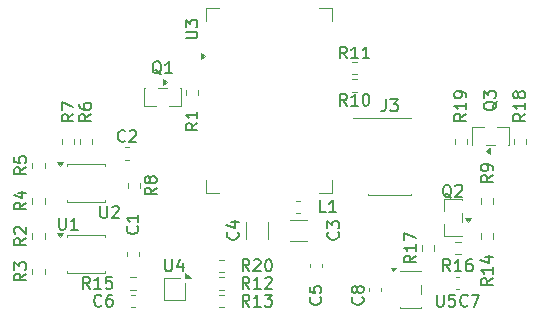
<source format=gto>
%TF.GenerationSoftware,KiCad,Pcbnew,9.0.7+1*%
%TF.CreationDate,2026-03-08T15:54:45+00:00*%
%TF.ProjectId,Test_5,54657374-5f35-42e6-9b69-6361645f7063,NO_TAG+ (Unreleased)*%
%TF.SameCoordinates,Original*%
%TF.FileFunction,Legend,Top*%
%TF.FilePolarity,Positive*%
%FSLAX46Y46*%
G04 Gerber Fmt 4.6, Leading zero omitted, Abs format (unit mm)*
G04 Created by KiCad (PCBNEW 9.0.7+1) date 2026-03-08 15:54:45*
%MOMM*%
%LPD*%
G01*
G04 APERTURE LIST*
%ADD10C,0.150000*%
%ADD11C,0.120000*%
G04 APERTURE END LIST*
D10*
X10833333Y15070420D02*
X10785714Y15022800D01*
X10785714Y15022800D02*
X10642857Y14975181D01*
X10642857Y14975181D02*
X10547619Y14975181D01*
X10547619Y14975181D02*
X10404762Y15022800D01*
X10404762Y15022800D02*
X10309524Y15118039D01*
X10309524Y15118039D02*
X10261905Y15213277D01*
X10261905Y15213277D02*
X10214286Y15403753D01*
X10214286Y15403753D02*
X10214286Y15546610D01*
X10214286Y15546610D02*
X10261905Y15737086D01*
X10261905Y15737086D02*
X10309524Y15832324D01*
X10309524Y15832324D02*
X10404762Y15927562D01*
X10404762Y15927562D02*
X10547619Y15975181D01*
X10547619Y15975181D02*
X10642857Y15975181D01*
X10642857Y15975181D02*
X10785714Y15927562D01*
X10785714Y15927562D02*
X10833333Y15879943D01*
X11214286Y15879943D02*
X11261905Y15927562D01*
X11261905Y15927562D02*
X11357143Y15975181D01*
X11357143Y15975181D02*
X11595238Y15975181D01*
X11595238Y15975181D02*
X11690476Y15927562D01*
X11690476Y15927562D02*
X11738095Y15879943D01*
X11738095Y15879943D02*
X11785714Y15784705D01*
X11785714Y15784705D02*
X11785714Y15689467D01*
X11785714Y15689467D02*
X11738095Y15546610D01*
X11738095Y15546610D02*
X11166667Y14975181D01*
X11166667Y14975181D02*
X11785714Y14975181D01*
X41954819Y12158334D02*
X41478628Y11825001D01*
X41954819Y11586906D02*
X40954819Y11586906D01*
X40954819Y11586906D02*
X40954819Y11967858D01*
X40954819Y11967858D02*
X41002438Y12063096D01*
X41002438Y12063096D02*
X41050057Y12110715D01*
X41050057Y12110715D02*
X41145295Y12158334D01*
X41145295Y12158334D02*
X41288152Y12158334D01*
X41288152Y12158334D02*
X41383390Y12110715D01*
X41383390Y12110715D02*
X41431009Y12063096D01*
X41431009Y12063096D02*
X41478628Y11967858D01*
X41478628Y11967858D02*
X41478628Y11586906D01*
X41954819Y12634525D02*
X41954819Y12825001D01*
X41954819Y12825001D02*
X41907200Y12920239D01*
X41907200Y12920239D02*
X41859580Y12967858D01*
X41859580Y12967858D02*
X41716723Y13063096D01*
X41716723Y13063096D02*
X41526247Y13110715D01*
X41526247Y13110715D02*
X41145295Y13110715D01*
X41145295Y13110715D02*
X41050057Y13063096D01*
X41050057Y13063096D02*
X41002438Y13015477D01*
X41002438Y13015477D02*
X40954819Y12920239D01*
X40954819Y12920239D02*
X40954819Y12729763D01*
X40954819Y12729763D02*
X41002438Y12634525D01*
X41002438Y12634525D02*
X41050057Y12586906D01*
X41050057Y12586906D02*
X41145295Y12539287D01*
X41145295Y12539287D02*
X41383390Y12539287D01*
X41383390Y12539287D02*
X41478628Y12586906D01*
X41478628Y12586906D02*
X41526247Y12634525D01*
X41526247Y12634525D02*
X41573866Y12729763D01*
X41573866Y12729763D02*
X41573866Y12920239D01*
X41573866Y12920239D02*
X41526247Y13015477D01*
X41526247Y13015477D02*
X41478628Y13063096D01*
X41478628Y13063096D02*
X41383390Y13110715D01*
X29607142Y22045181D02*
X29273809Y22521372D01*
X29035714Y22045181D02*
X29035714Y23045181D01*
X29035714Y23045181D02*
X29416666Y23045181D01*
X29416666Y23045181D02*
X29511904Y22997562D01*
X29511904Y22997562D02*
X29559523Y22949943D01*
X29559523Y22949943D02*
X29607142Y22854705D01*
X29607142Y22854705D02*
X29607142Y22711848D01*
X29607142Y22711848D02*
X29559523Y22616610D01*
X29559523Y22616610D02*
X29511904Y22568991D01*
X29511904Y22568991D02*
X29416666Y22521372D01*
X29416666Y22521372D02*
X29035714Y22521372D01*
X30559523Y22045181D02*
X29988095Y22045181D01*
X30273809Y22045181D02*
X30273809Y23045181D01*
X30273809Y23045181D02*
X30178571Y22902324D01*
X30178571Y22902324D02*
X30083333Y22807086D01*
X30083333Y22807086D02*
X29988095Y22759467D01*
X31511904Y22045181D02*
X30940476Y22045181D01*
X31226190Y22045181D02*
X31226190Y23045181D01*
X31226190Y23045181D02*
X31130952Y22902324D01*
X31130952Y22902324D02*
X31035714Y22807086D01*
X31035714Y22807086D02*
X30940476Y22759467D01*
X7954819Y17333334D02*
X7478628Y17000001D01*
X7954819Y16761906D02*
X6954819Y16761906D01*
X6954819Y16761906D02*
X6954819Y17142858D01*
X6954819Y17142858D02*
X7002438Y17238096D01*
X7002438Y17238096D02*
X7050057Y17285715D01*
X7050057Y17285715D02*
X7145295Y17333334D01*
X7145295Y17333334D02*
X7288152Y17333334D01*
X7288152Y17333334D02*
X7383390Y17285715D01*
X7383390Y17285715D02*
X7431009Y17238096D01*
X7431009Y17238096D02*
X7478628Y17142858D01*
X7478628Y17142858D02*
X7478628Y16761906D01*
X6954819Y18190477D02*
X6954819Y18000001D01*
X6954819Y18000001D02*
X7002438Y17904763D01*
X7002438Y17904763D02*
X7050057Y17857144D01*
X7050057Y17857144D02*
X7192914Y17761906D01*
X7192914Y17761906D02*
X7383390Y17714287D01*
X7383390Y17714287D02*
X7764342Y17714287D01*
X7764342Y17714287D02*
X7859580Y17761906D01*
X7859580Y17761906D02*
X7907200Y17809525D01*
X7907200Y17809525D02*
X7954819Y17904763D01*
X7954819Y17904763D02*
X7954819Y18095239D01*
X7954819Y18095239D02*
X7907200Y18190477D01*
X7907200Y18190477D02*
X7859580Y18238096D01*
X7859580Y18238096D02*
X7764342Y18285715D01*
X7764342Y18285715D02*
X7526247Y18285715D01*
X7526247Y18285715D02*
X7431009Y18238096D01*
X7431009Y18238096D02*
X7383390Y18190477D01*
X7383390Y18190477D02*
X7335771Y18095239D01*
X7335771Y18095239D02*
X7335771Y17904763D01*
X7335771Y17904763D02*
X7383390Y17809525D01*
X7383390Y17809525D02*
X7431009Y17761906D01*
X7431009Y17761906D02*
X7526247Y17714287D01*
X21357142Y1045181D02*
X21023809Y1521372D01*
X20785714Y1045181D02*
X20785714Y2045181D01*
X20785714Y2045181D02*
X21166666Y2045181D01*
X21166666Y2045181D02*
X21261904Y1997562D01*
X21261904Y1997562D02*
X21309523Y1949943D01*
X21309523Y1949943D02*
X21357142Y1854705D01*
X21357142Y1854705D02*
X21357142Y1711848D01*
X21357142Y1711848D02*
X21309523Y1616610D01*
X21309523Y1616610D02*
X21261904Y1568991D01*
X21261904Y1568991D02*
X21166666Y1521372D01*
X21166666Y1521372D02*
X20785714Y1521372D01*
X22309523Y1045181D02*
X21738095Y1045181D01*
X22023809Y1045181D02*
X22023809Y2045181D01*
X22023809Y2045181D02*
X21928571Y1902324D01*
X21928571Y1902324D02*
X21833333Y1807086D01*
X21833333Y1807086D02*
X21738095Y1759467D01*
X22642857Y2045181D02*
X23261904Y2045181D01*
X23261904Y2045181D02*
X22928571Y1664229D01*
X22928571Y1664229D02*
X23071428Y1664229D01*
X23071428Y1664229D02*
X23166666Y1616610D01*
X23166666Y1616610D02*
X23214285Y1568991D01*
X23214285Y1568991D02*
X23261904Y1473753D01*
X23261904Y1473753D02*
X23261904Y1235658D01*
X23261904Y1235658D02*
X23214285Y1140420D01*
X23214285Y1140420D02*
X23166666Y1092800D01*
X23166666Y1092800D02*
X23071428Y1045181D01*
X23071428Y1045181D02*
X22785714Y1045181D01*
X22785714Y1045181D02*
X22690476Y1092800D01*
X22690476Y1092800D02*
X22642857Y1140420D01*
X44704819Y17357143D02*
X44228628Y17023810D01*
X44704819Y16785715D02*
X43704819Y16785715D01*
X43704819Y16785715D02*
X43704819Y17166667D01*
X43704819Y17166667D02*
X43752438Y17261905D01*
X43752438Y17261905D02*
X43800057Y17309524D01*
X43800057Y17309524D02*
X43895295Y17357143D01*
X43895295Y17357143D02*
X44038152Y17357143D01*
X44038152Y17357143D02*
X44133390Y17309524D01*
X44133390Y17309524D02*
X44181009Y17261905D01*
X44181009Y17261905D02*
X44228628Y17166667D01*
X44228628Y17166667D02*
X44228628Y16785715D01*
X44704819Y18309524D02*
X44704819Y17738096D01*
X44704819Y18023810D02*
X43704819Y18023810D01*
X43704819Y18023810D02*
X43847676Y17928572D01*
X43847676Y17928572D02*
X43942914Y17833334D01*
X43942914Y17833334D02*
X43990533Y17738096D01*
X44133390Y18880953D02*
X44085771Y18785715D01*
X44085771Y18785715D02*
X44038152Y18738096D01*
X44038152Y18738096D02*
X43942914Y18690477D01*
X43942914Y18690477D02*
X43895295Y18690477D01*
X43895295Y18690477D02*
X43800057Y18738096D01*
X43800057Y18738096D02*
X43752438Y18785715D01*
X43752438Y18785715D02*
X43704819Y18880953D01*
X43704819Y18880953D02*
X43704819Y19071429D01*
X43704819Y19071429D02*
X43752438Y19166667D01*
X43752438Y19166667D02*
X43800057Y19214286D01*
X43800057Y19214286D02*
X43895295Y19261905D01*
X43895295Y19261905D02*
X43942914Y19261905D01*
X43942914Y19261905D02*
X44038152Y19214286D01*
X44038152Y19214286D02*
X44085771Y19166667D01*
X44085771Y19166667D02*
X44133390Y19071429D01*
X44133390Y19071429D02*
X44133390Y18880953D01*
X44133390Y18880953D02*
X44181009Y18785715D01*
X44181009Y18785715D02*
X44228628Y18738096D01*
X44228628Y18738096D02*
X44323866Y18690477D01*
X44323866Y18690477D02*
X44514342Y18690477D01*
X44514342Y18690477D02*
X44609580Y18738096D01*
X44609580Y18738096D02*
X44657200Y18785715D01*
X44657200Y18785715D02*
X44704819Y18880953D01*
X44704819Y18880953D02*
X44704819Y19071429D01*
X44704819Y19071429D02*
X44657200Y19166667D01*
X44657200Y19166667D02*
X44609580Y19214286D01*
X44609580Y19214286D02*
X44514342Y19261905D01*
X44514342Y19261905D02*
X44323866Y19261905D01*
X44323866Y19261905D02*
X44228628Y19214286D01*
X44228628Y19214286D02*
X44181009Y19166667D01*
X44181009Y19166667D02*
X44133390Y19071429D01*
X2454819Y12833334D02*
X1978628Y12500001D01*
X2454819Y12261906D02*
X1454819Y12261906D01*
X1454819Y12261906D02*
X1454819Y12642858D01*
X1454819Y12642858D02*
X1502438Y12738096D01*
X1502438Y12738096D02*
X1550057Y12785715D01*
X1550057Y12785715D02*
X1645295Y12833334D01*
X1645295Y12833334D02*
X1788152Y12833334D01*
X1788152Y12833334D02*
X1883390Y12785715D01*
X1883390Y12785715D02*
X1931009Y12738096D01*
X1931009Y12738096D02*
X1978628Y12642858D01*
X1978628Y12642858D02*
X1978628Y12261906D01*
X1454819Y13738096D02*
X1454819Y13261906D01*
X1454819Y13261906D02*
X1931009Y13214287D01*
X1931009Y13214287D02*
X1883390Y13261906D01*
X1883390Y13261906D02*
X1835771Y13357144D01*
X1835771Y13357144D02*
X1835771Y13595239D01*
X1835771Y13595239D02*
X1883390Y13690477D01*
X1883390Y13690477D02*
X1931009Y13738096D01*
X1931009Y13738096D02*
X2026247Y13785715D01*
X2026247Y13785715D02*
X2264342Y13785715D01*
X2264342Y13785715D02*
X2359580Y13738096D01*
X2359580Y13738096D02*
X2407200Y13690477D01*
X2407200Y13690477D02*
X2454819Y13595239D01*
X2454819Y13595239D02*
X2454819Y13357144D01*
X2454819Y13357144D02*
X2407200Y13261906D01*
X2407200Y13261906D02*
X2359580Y13214287D01*
X30929580Y1833334D02*
X30977200Y1785715D01*
X30977200Y1785715D02*
X31024819Y1642858D01*
X31024819Y1642858D02*
X31024819Y1547620D01*
X31024819Y1547620D02*
X30977200Y1404763D01*
X30977200Y1404763D02*
X30881961Y1309525D01*
X30881961Y1309525D02*
X30786723Y1261906D01*
X30786723Y1261906D02*
X30596247Y1214287D01*
X30596247Y1214287D02*
X30453390Y1214287D01*
X30453390Y1214287D02*
X30262914Y1261906D01*
X30262914Y1261906D02*
X30167676Y1309525D01*
X30167676Y1309525D02*
X30072438Y1404763D01*
X30072438Y1404763D02*
X30024819Y1547620D01*
X30024819Y1547620D02*
X30024819Y1642858D01*
X30024819Y1642858D02*
X30072438Y1785715D01*
X30072438Y1785715D02*
X30120057Y1833334D01*
X30453390Y2404763D02*
X30405771Y2309525D01*
X30405771Y2309525D02*
X30358152Y2261906D01*
X30358152Y2261906D02*
X30262914Y2214287D01*
X30262914Y2214287D02*
X30215295Y2214287D01*
X30215295Y2214287D02*
X30120057Y2261906D01*
X30120057Y2261906D02*
X30072438Y2309525D01*
X30072438Y2309525D02*
X30024819Y2404763D01*
X30024819Y2404763D02*
X30024819Y2595239D01*
X30024819Y2595239D02*
X30072438Y2690477D01*
X30072438Y2690477D02*
X30120057Y2738096D01*
X30120057Y2738096D02*
X30215295Y2785715D01*
X30215295Y2785715D02*
X30262914Y2785715D01*
X30262914Y2785715D02*
X30358152Y2738096D01*
X30358152Y2738096D02*
X30405771Y2690477D01*
X30405771Y2690477D02*
X30453390Y2595239D01*
X30453390Y2595239D02*
X30453390Y2404763D01*
X30453390Y2404763D02*
X30501009Y2309525D01*
X30501009Y2309525D02*
X30548628Y2261906D01*
X30548628Y2261906D02*
X30643866Y2214287D01*
X30643866Y2214287D02*
X30834342Y2214287D01*
X30834342Y2214287D02*
X30929580Y2261906D01*
X30929580Y2261906D02*
X30977200Y2309525D01*
X30977200Y2309525D02*
X31024819Y2404763D01*
X31024819Y2404763D02*
X31024819Y2595239D01*
X31024819Y2595239D02*
X30977200Y2690477D01*
X30977200Y2690477D02*
X30929580Y2738096D01*
X30929580Y2738096D02*
X30834342Y2785715D01*
X30834342Y2785715D02*
X30643866Y2785715D01*
X30643866Y2785715D02*
X30548628Y2738096D01*
X30548628Y2738096D02*
X30501009Y2690477D01*
X30501009Y2690477D02*
X30453390Y2595239D01*
X14238095Y5045181D02*
X14238095Y4235658D01*
X14238095Y4235658D02*
X14285714Y4140420D01*
X14285714Y4140420D02*
X14333333Y4092800D01*
X14333333Y4092800D02*
X14428571Y4045181D01*
X14428571Y4045181D02*
X14619047Y4045181D01*
X14619047Y4045181D02*
X14714285Y4092800D01*
X14714285Y4092800D02*
X14761904Y4140420D01*
X14761904Y4140420D02*
X14809523Y4235658D01*
X14809523Y4235658D02*
X14809523Y5045181D01*
X15714285Y4711848D02*
X15714285Y4045181D01*
X15476190Y5092800D02*
X15238095Y4378515D01*
X15238095Y4378515D02*
X15857142Y4378515D01*
X2454819Y6833334D02*
X1978628Y6500001D01*
X2454819Y6261906D02*
X1454819Y6261906D01*
X1454819Y6261906D02*
X1454819Y6642858D01*
X1454819Y6642858D02*
X1502438Y6738096D01*
X1502438Y6738096D02*
X1550057Y6785715D01*
X1550057Y6785715D02*
X1645295Y6833334D01*
X1645295Y6833334D02*
X1788152Y6833334D01*
X1788152Y6833334D02*
X1883390Y6785715D01*
X1883390Y6785715D02*
X1931009Y6738096D01*
X1931009Y6738096D02*
X1978628Y6642858D01*
X1978628Y6642858D02*
X1978628Y6261906D01*
X1550057Y7214287D02*
X1502438Y7261906D01*
X1502438Y7261906D02*
X1454819Y7357144D01*
X1454819Y7357144D02*
X1454819Y7595239D01*
X1454819Y7595239D02*
X1502438Y7690477D01*
X1502438Y7690477D02*
X1550057Y7738096D01*
X1550057Y7738096D02*
X1645295Y7785715D01*
X1645295Y7785715D02*
X1740533Y7785715D01*
X1740533Y7785715D02*
X1883390Y7738096D01*
X1883390Y7738096D02*
X2454819Y7166668D01*
X2454819Y7166668D02*
X2454819Y7785715D01*
X39704819Y17357143D02*
X39228628Y17023810D01*
X39704819Y16785715D02*
X38704819Y16785715D01*
X38704819Y16785715D02*
X38704819Y17166667D01*
X38704819Y17166667D02*
X38752438Y17261905D01*
X38752438Y17261905D02*
X38800057Y17309524D01*
X38800057Y17309524D02*
X38895295Y17357143D01*
X38895295Y17357143D02*
X39038152Y17357143D01*
X39038152Y17357143D02*
X39133390Y17309524D01*
X39133390Y17309524D02*
X39181009Y17261905D01*
X39181009Y17261905D02*
X39228628Y17166667D01*
X39228628Y17166667D02*
X39228628Y16785715D01*
X39704819Y18309524D02*
X39704819Y17738096D01*
X39704819Y18023810D02*
X38704819Y18023810D01*
X38704819Y18023810D02*
X38847676Y17928572D01*
X38847676Y17928572D02*
X38942914Y17833334D01*
X38942914Y17833334D02*
X38990533Y17738096D01*
X39704819Y18785715D02*
X39704819Y18976191D01*
X39704819Y18976191D02*
X39657200Y19071429D01*
X39657200Y19071429D02*
X39609580Y19119048D01*
X39609580Y19119048D02*
X39466723Y19214286D01*
X39466723Y19214286D02*
X39276247Y19261905D01*
X39276247Y19261905D02*
X38895295Y19261905D01*
X38895295Y19261905D02*
X38800057Y19214286D01*
X38800057Y19214286D02*
X38752438Y19166667D01*
X38752438Y19166667D02*
X38704819Y19071429D01*
X38704819Y19071429D02*
X38704819Y18880953D01*
X38704819Y18880953D02*
X38752438Y18785715D01*
X38752438Y18785715D02*
X38800057Y18738096D01*
X38800057Y18738096D02*
X38895295Y18690477D01*
X38895295Y18690477D02*
X39133390Y18690477D01*
X39133390Y18690477D02*
X39228628Y18738096D01*
X39228628Y18738096D02*
X39276247Y18785715D01*
X39276247Y18785715D02*
X39323866Y18880953D01*
X39323866Y18880953D02*
X39323866Y19071429D01*
X39323866Y19071429D02*
X39276247Y19166667D01*
X39276247Y19166667D02*
X39228628Y19214286D01*
X39228628Y19214286D02*
X39133390Y19261905D01*
X15954819Y23738096D02*
X16764342Y23738096D01*
X16764342Y23738096D02*
X16859580Y23785715D01*
X16859580Y23785715D02*
X16907200Y23833334D01*
X16907200Y23833334D02*
X16954819Y23928572D01*
X16954819Y23928572D02*
X16954819Y24119048D01*
X16954819Y24119048D02*
X16907200Y24214286D01*
X16907200Y24214286D02*
X16859580Y24261905D01*
X16859580Y24261905D02*
X16764342Y24309524D01*
X16764342Y24309524D02*
X15954819Y24309524D01*
X15954819Y24690477D02*
X15954819Y25309524D01*
X15954819Y25309524D02*
X16335771Y24976191D01*
X16335771Y24976191D02*
X16335771Y25119048D01*
X16335771Y25119048D02*
X16383390Y25214286D01*
X16383390Y25214286D02*
X16431009Y25261905D01*
X16431009Y25261905D02*
X16526247Y25309524D01*
X16526247Y25309524D02*
X16764342Y25309524D01*
X16764342Y25309524D02*
X16859580Y25261905D01*
X16859580Y25261905D02*
X16907200Y25214286D01*
X16907200Y25214286D02*
X16954819Y25119048D01*
X16954819Y25119048D02*
X16954819Y24833334D01*
X16954819Y24833334D02*
X16907200Y24738096D01*
X16907200Y24738096D02*
X16859580Y24690477D01*
X35454819Y5357143D02*
X34978628Y5023810D01*
X35454819Y4785715D02*
X34454819Y4785715D01*
X34454819Y4785715D02*
X34454819Y5166667D01*
X34454819Y5166667D02*
X34502438Y5261905D01*
X34502438Y5261905D02*
X34550057Y5309524D01*
X34550057Y5309524D02*
X34645295Y5357143D01*
X34645295Y5357143D02*
X34788152Y5357143D01*
X34788152Y5357143D02*
X34883390Y5309524D01*
X34883390Y5309524D02*
X34931009Y5261905D01*
X34931009Y5261905D02*
X34978628Y5166667D01*
X34978628Y5166667D02*
X34978628Y4785715D01*
X35454819Y6309524D02*
X35454819Y5738096D01*
X35454819Y6023810D02*
X34454819Y6023810D01*
X34454819Y6023810D02*
X34597676Y5928572D01*
X34597676Y5928572D02*
X34692914Y5833334D01*
X34692914Y5833334D02*
X34740533Y5738096D01*
X34454819Y6642858D02*
X34454819Y7309524D01*
X34454819Y7309524D02*
X35454819Y6880953D01*
X2454819Y3833334D02*
X1978628Y3500001D01*
X2454819Y3261906D02*
X1454819Y3261906D01*
X1454819Y3261906D02*
X1454819Y3642858D01*
X1454819Y3642858D02*
X1502438Y3738096D01*
X1502438Y3738096D02*
X1550057Y3785715D01*
X1550057Y3785715D02*
X1645295Y3833334D01*
X1645295Y3833334D02*
X1788152Y3833334D01*
X1788152Y3833334D02*
X1883390Y3785715D01*
X1883390Y3785715D02*
X1931009Y3738096D01*
X1931009Y3738096D02*
X1978628Y3642858D01*
X1978628Y3642858D02*
X1978628Y3261906D01*
X1454819Y4166668D02*
X1454819Y4785715D01*
X1454819Y4785715D02*
X1835771Y4452382D01*
X1835771Y4452382D02*
X1835771Y4595239D01*
X1835771Y4595239D02*
X1883390Y4690477D01*
X1883390Y4690477D02*
X1931009Y4738096D01*
X1931009Y4738096D02*
X2026247Y4785715D01*
X2026247Y4785715D02*
X2264342Y4785715D01*
X2264342Y4785715D02*
X2359580Y4738096D01*
X2359580Y4738096D02*
X2407200Y4690477D01*
X2407200Y4690477D02*
X2454819Y4595239D01*
X2454819Y4595239D02*
X2454819Y4309525D01*
X2454819Y4309525D02*
X2407200Y4214287D01*
X2407200Y4214287D02*
X2359580Y4166668D01*
X21357142Y4045181D02*
X21023809Y4521372D01*
X20785714Y4045181D02*
X20785714Y5045181D01*
X20785714Y5045181D02*
X21166666Y5045181D01*
X21166666Y5045181D02*
X21261904Y4997562D01*
X21261904Y4997562D02*
X21309523Y4949943D01*
X21309523Y4949943D02*
X21357142Y4854705D01*
X21357142Y4854705D02*
X21357142Y4711848D01*
X21357142Y4711848D02*
X21309523Y4616610D01*
X21309523Y4616610D02*
X21261904Y4568991D01*
X21261904Y4568991D02*
X21166666Y4521372D01*
X21166666Y4521372D02*
X20785714Y4521372D01*
X21738095Y4949943D02*
X21785714Y4997562D01*
X21785714Y4997562D02*
X21880952Y5045181D01*
X21880952Y5045181D02*
X22119047Y5045181D01*
X22119047Y5045181D02*
X22214285Y4997562D01*
X22214285Y4997562D02*
X22261904Y4949943D01*
X22261904Y4949943D02*
X22309523Y4854705D01*
X22309523Y4854705D02*
X22309523Y4759467D01*
X22309523Y4759467D02*
X22261904Y4616610D01*
X22261904Y4616610D02*
X21690476Y4045181D01*
X21690476Y4045181D02*
X22309523Y4045181D01*
X22928571Y5045181D02*
X23023809Y5045181D01*
X23023809Y5045181D02*
X23119047Y4997562D01*
X23119047Y4997562D02*
X23166666Y4949943D01*
X23166666Y4949943D02*
X23214285Y4854705D01*
X23214285Y4854705D02*
X23261904Y4664229D01*
X23261904Y4664229D02*
X23261904Y4426134D01*
X23261904Y4426134D02*
X23214285Y4235658D01*
X23214285Y4235658D02*
X23166666Y4140420D01*
X23166666Y4140420D02*
X23119047Y4092800D01*
X23119047Y4092800D02*
X23023809Y4045181D01*
X23023809Y4045181D02*
X22928571Y4045181D01*
X22928571Y4045181D02*
X22833333Y4092800D01*
X22833333Y4092800D02*
X22785714Y4140420D01*
X22785714Y4140420D02*
X22738095Y4235658D01*
X22738095Y4235658D02*
X22690476Y4426134D01*
X22690476Y4426134D02*
X22690476Y4664229D01*
X22690476Y4664229D02*
X22738095Y4854705D01*
X22738095Y4854705D02*
X22785714Y4949943D01*
X22785714Y4949943D02*
X22833333Y4997562D01*
X22833333Y4997562D02*
X22928571Y5045181D01*
X37238095Y2045181D02*
X37238095Y1235658D01*
X37238095Y1235658D02*
X37285714Y1140420D01*
X37285714Y1140420D02*
X37333333Y1092800D01*
X37333333Y1092800D02*
X37428571Y1045181D01*
X37428571Y1045181D02*
X37619047Y1045181D01*
X37619047Y1045181D02*
X37714285Y1092800D01*
X37714285Y1092800D02*
X37761904Y1140420D01*
X37761904Y1140420D02*
X37809523Y1235658D01*
X37809523Y1235658D02*
X37809523Y2045181D01*
X38761904Y2045181D02*
X38285714Y2045181D01*
X38285714Y2045181D02*
X38238095Y1568991D01*
X38238095Y1568991D02*
X38285714Y1616610D01*
X38285714Y1616610D02*
X38380952Y1664229D01*
X38380952Y1664229D02*
X38619047Y1664229D01*
X38619047Y1664229D02*
X38714285Y1616610D01*
X38714285Y1616610D02*
X38761904Y1568991D01*
X38761904Y1568991D02*
X38809523Y1473753D01*
X38809523Y1473753D02*
X38809523Y1235658D01*
X38809523Y1235658D02*
X38761904Y1140420D01*
X38761904Y1140420D02*
X38714285Y1092800D01*
X38714285Y1092800D02*
X38619047Y1045181D01*
X38619047Y1045181D02*
X38380952Y1045181D01*
X38380952Y1045181D02*
X38285714Y1092800D01*
X38285714Y1092800D02*
X38238095Y1140420D01*
X21357142Y2545181D02*
X21023809Y3021372D01*
X20785714Y2545181D02*
X20785714Y3545181D01*
X20785714Y3545181D02*
X21166666Y3545181D01*
X21166666Y3545181D02*
X21261904Y3497562D01*
X21261904Y3497562D02*
X21309523Y3449943D01*
X21309523Y3449943D02*
X21357142Y3354705D01*
X21357142Y3354705D02*
X21357142Y3211848D01*
X21357142Y3211848D02*
X21309523Y3116610D01*
X21309523Y3116610D02*
X21261904Y3068991D01*
X21261904Y3068991D02*
X21166666Y3021372D01*
X21166666Y3021372D02*
X20785714Y3021372D01*
X22309523Y2545181D02*
X21738095Y2545181D01*
X22023809Y2545181D02*
X22023809Y3545181D01*
X22023809Y3545181D02*
X21928571Y3402324D01*
X21928571Y3402324D02*
X21833333Y3307086D01*
X21833333Y3307086D02*
X21738095Y3259467D01*
X22690476Y3449943D02*
X22738095Y3497562D01*
X22738095Y3497562D02*
X22833333Y3545181D01*
X22833333Y3545181D02*
X23071428Y3545181D01*
X23071428Y3545181D02*
X23166666Y3497562D01*
X23166666Y3497562D02*
X23214285Y3449943D01*
X23214285Y3449943D02*
X23261904Y3354705D01*
X23261904Y3354705D02*
X23261904Y3259467D01*
X23261904Y3259467D02*
X23214285Y3116610D01*
X23214285Y3116610D02*
X22642857Y2545181D01*
X22642857Y2545181D02*
X23261904Y2545181D01*
X27359580Y1833334D02*
X27407200Y1785715D01*
X27407200Y1785715D02*
X27454819Y1642858D01*
X27454819Y1642858D02*
X27454819Y1547620D01*
X27454819Y1547620D02*
X27407200Y1404763D01*
X27407200Y1404763D02*
X27311961Y1309525D01*
X27311961Y1309525D02*
X27216723Y1261906D01*
X27216723Y1261906D02*
X27026247Y1214287D01*
X27026247Y1214287D02*
X26883390Y1214287D01*
X26883390Y1214287D02*
X26692914Y1261906D01*
X26692914Y1261906D02*
X26597676Y1309525D01*
X26597676Y1309525D02*
X26502438Y1404763D01*
X26502438Y1404763D02*
X26454819Y1547620D01*
X26454819Y1547620D02*
X26454819Y1642858D01*
X26454819Y1642858D02*
X26502438Y1785715D01*
X26502438Y1785715D02*
X26550057Y1833334D01*
X26454819Y2738096D02*
X26454819Y2261906D01*
X26454819Y2261906D02*
X26931009Y2214287D01*
X26931009Y2214287D02*
X26883390Y2261906D01*
X26883390Y2261906D02*
X26835771Y2357144D01*
X26835771Y2357144D02*
X26835771Y2595239D01*
X26835771Y2595239D02*
X26883390Y2690477D01*
X26883390Y2690477D02*
X26931009Y2738096D01*
X26931009Y2738096D02*
X27026247Y2785715D01*
X27026247Y2785715D02*
X27264342Y2785715D01*
X27264342Y2785715D02*
X27359580Y2738096D01*
X27359580Y2738096D02*
X27407200Y2690477D01*
X27407200Y2690477D02*
X27454819Y2595239D01*
X27454819Y2595239D02*
X27454819Y2357144D01*
X27454819Y2357144D02*
X27407200Y2261906D01*
X27407200Y2261906D02*
X27359580Y2214287D01*
X27833333Y9045181D02*
X27357143Y9045181D01*
X27357143Y9045181D02*
X27357143Y10045181D01*
X28690476Y9045181D02*
X28119048Y9045181D01*
X28404762Y9045181D02*
X28404762Y10045181D01*
X28404762Y10045181D02*
X28309524Y9902324D01*
X28309524Y9902324D02*
X28214286Y9807086D01*
X28214286Y9807086D02*
X28119048Y9759467D01*
X20359580Y7333334D02*
X20407200Y7285715D01*
X20407200Y7285715D02*
X20454819Y7142858D01*
X20454819Y7142858D02*
X20454819Y7047620D01*
X20454819Y7047620D02*
X20407200Y6904763D01*
X20407200Y6904763D02*
X20311961Y6809525D01*
X20311961Y6809525D02*
X20216723Y6761906D01*
X20216723Y6761906D02*
X20026247Y6714287D01*
X20026247Y6714287D02*
X19883390Y6714287D01*
X19883390Y6714287D02*
X19692914Y6761906D01*
X19692914Y6761906D02*
X19597676Y6809525D01*
X19597676Y6809525D02*
X19502438Y6904763D01*
X19502438Y6904763D02*
X19454819Y7047620D01*
X19454819Y7047620D02*
X19454819Y7142858D01*
X19454819Y7142858D02*
X19502438Y7285715D01*
X19502438Y7285715D02*
X19550057Y7333334D01*
X19788152Y8190477D02*
X20454819Y8190477D01*
X19407200Y7952382D02*
X20121485Y7714287D01*
X20121485Y7714287D02*
X20121485Y8333334D01*
X13497319Y11108334D02*
X13021128Y10775001D01*
X13497319Y10536906D02*
X12497319Y10536906D01*
X12497319Y10536906D02*
X12497319Y10917858D01*
X12497319Y10917858D02*
X12544938Y11013096D01*
X12544938Y11013096D02*
X12592557Y11060715D01*
X12592557Y11060715D02*
X12687795Y11108334D01*
X12687795Y11108334D02*
X12830652Y11108334D01*
X12830652Y11108334D02*
X12925890Y11060715D01*
X12925890Y11060715D02*
X12973509Y11013096D01*
X12973509Y11013096D02*
X13021128Y10917858D01*
X13021128Y10917858D02*
X13021128Y10536906D01*
X12925890Y11679763D02*
X12878271Y11584525D01*
X12878271Y11584525D02*
X12830652Y11536906D01*
X12830652Y11536906D02*
X12735414Y11489287D01*
X12735414Y11489287D02*
X12687795Y11489287D01*
X12687795Y11489287D02*
X12592557Y11536906D01*
X12592557Y11536906D02*
X12544938Y11584525D01*
X12544938Y11584525D02*
X12497319Y11679763D01*
X12497319Y11679763D02*
X12497319Y11870239D01*
X12497319Y11870239D02*
X12544938Y11965477D01*
X12544938Y11965477D02*
X12592557Y12013096D01*
X12592557Y12013096D02*
X12687795Y12060715D01*
X12687795Y12060715D02*
X12735414Y12060715D01*
X12735414Y12060715D02*
X12830652Y12013096D01*
X12830652Y12013096D02*
X12878271Y11965477D01*
X12878271Y11965477D02*
X12925890Y11870239D01*
X12925890Y11870239D02*
X12925890Y11679763D01*
X12925890Y11679763D02*
X12973509Y11584525D01*
X12973509Y11584525D02*
X13021128Y11536906D01*
X13021128Y11536906D02*
X13116366Y11489287D01*
X13116366Y11489287D02*
X13306842Y11489287D01*
X13306842Y11489287D02*
X13402080Y11536906D01*
X13402080Y11536906D02*
X13449700Y11584525D01*
X13449700Y11584525D02*
X13497319Y11679763D01*
X13497319Y11679763D02*
X13497319Y11870239D01*
X13497319Y11870239D02*
X13449700Y11965477D01*
X13449700Y11965477D02*
X13402080Y12013096D01*
X13402080Y12013096D02*
X13306842Y12060715D01*
X13306842Y12060715D02*
X13116366Y12060715D01*
X13116366Y12060715D02*
X13021128Y12013096D01*
X13021128Y12013096D02*
X12973509Y11965477D01*
X12973509Y11965477D02*
X12925890Y11870239D01*
X38467261Y10249943D02*
X38372023Y10297562D01*
X38372023Y10297562D02*
X38276785Y10392800D01*
X38276785Y10392800D02*
X38133928Y10535658D01*
X38133928Y10535658D02*
X38038690Y10583277D01*
X38038690Y10583277D02*
X37943452Y10583277D01*
X37991071Y10345181D02*
X37895833Y10392800D01*
X37895833Y10392800D02*
X37800595Y10488039D01*
X37800595Y10488039D02*
X37752976Y10678515D01*
X37752976Y10678515D02*
X37752976Y11011848D01*
X37752976Y11011848D02*
X37800595Y11202324D01*
X37800595Y11202324D02*
X37895833Y11297562D01*
X37895833Y11297562D02*
X37991071Y11345181D01*
X37991071Y11345181D02*
X38181547Y11345181D01*
X38181547Y11345181D02*
X38276785Y11297562D01*
X38276785Y11297562D02*
X38372023Y11202324D01*
X38372023Y11202324D02*
X38419642Y11011848D01*
X38419642Y11011848D02*
X38419642Y10678515D01*
X38419642Y10678515D02*
X38372023Y10488039D01*
X38372023Y10488039D02*
X38276785Y10392800D01*
X38276785Y10392800D02*
X38181547Y10345181D01*
X38181547Y10345181D02*
X37991071Y10345181D01*
X38800595Y11249943D02*
X38848214Y11297562D01*
X38848214Y11297562D02*
X38943452Y11345181D01*
X38943452Y11345181D02*
X39181547Y11345181D01*
X39181547Y11345181D02*
X39276785Y11297562D01*
X39276785Y11297562D02*
X39324404Y11249943D01*
X39324404Y11249943D02*
X39372023Y11154705D01*
X39372023Y11154705D02*
X39372023Y11059467D01*
X39372023Y11059467D02*
X39324404Y10916610D01*
X39324404Y10916610D02*
X38752976Y10345181D01*
X38752976Y10345181D02*
X39372023Y10345181D01*
X8833333Y1140420D02*
X8785714Y1092800D01*
X8785714Y1092800D02*
X8642857Y1045181D01*
X8642857Y1045181D02*
X8547619Y1045181D01*
X8547619Y1045181D02*
X8404762Y1092800D01*
X8404762Y1092800D02*
X8309524Y1188039D01*
X8309524Y1188039D02*
X8261905Y1283277D01*
X8261905Y1283277D02*
X8214286Y1473753D01*
X8214286Y1473753D02*
X8214286Y1616610D01*
X8214286Y1616610D02*
X8261905Y1807086D01*
X8261905Y1807086D02*
X8309524Y1902324D01*
X8309524Y1902324D02*
X8404762Y1997562D01*
X8404762Y1997562D02*
X8547619Y2045181D01*
X8547619Y2045181D02*
X8642857Y2045181D01*
X8642857Y2045181D02*
X8785714Y1997562D01*
X8785714Y1997562D02*
X8833333Y1949943D01*
X9690476Y2045181D02*
X9500000Y2045181D01*
X9500000Y2045181D02*
X9404762Y1997562D01*
X9404762Y1997562D02*
X9357143Y1949943D01*
X9357143Y1949943D02*
X9261905Y1807086D01*
X9261905Y1807086D02*
X9214286Y1616610D01*
X9214286Y1616610D02*
X9214286Y1235658D01*
X9214286Y1235658D02*
X9261905Y1140420D01*
X9261905Y1140420D02*
X9309524Y1092800D01*
X9309524Y1092800D02*
X9404762Y1045181D01*
X9404762Y1045181D02*
X9595238Y1045181D01*
X9595238Y1045181D02*
X9690476Y1092800D01*
X9690476Y1092800D02*
X9738095Y1140420D01*
X9738095Y1140420D02*
X9785714Y1235658D01*
X9785714Y1235658D02*
X9785714Y1473753D01*
X9785714Y1473753D02*
X9738095Y1568991D01*
X9738095Y1568991D02*
X9690476Y1616610D01*
X9690476Y1616610D02*
X9595238Y1664229D01*
X9595238Y1664229D02*
X9404762Y1664229D01*
X9404762Y1664229D02*
X9309524Y1616610D01*
X9309524Y1616610D02*
X9261905Y1568991D01*
X9261905Y1568991D02*
X9214286Y1473753D01*
X28859580Y7333334D02*
X28907200Y7285715D01*
X28907200Y7285715D02*
X28954819Y7142858D01*
X28954819Y7142858D02*
X28954819Y7047620D01*
X28954819Y7047620D02*
X28907200Y6904763D01*
X28907200Y6904763D02*
X28811961Y6809525D01*
X28811961Y6809525D02*
X28716723Y6761906D01*
X28716723Y6761906D02*
X28526247Y6714287D01*
X28526247Y6714287D02*
X28383390Y6714287D01*
X28383390Y6714287D02*
X28192914Y6761906D01*
X28192914Y6761906D02*
X28097676Y6809525D01*
X28097676Y6809525D02*
X28002438Y6904763D01*
X28002438Y6904763D02*
X27954819Y7047620D01*
X27954819Y7047620D02*
X27954819Y7142858D01*
X27954819Y7142858D02*
X28002438Y7285715D01*
X28002438Y7285715D02*
X28050057Y7333334D01*
X27954819Y7666668D02*
X27954819Y8285715D01*
X27954819Y8285715D02*
X28335771Y7952382D01*
X28335771Y7952382D02*
X28335771Y8095239D01*
X28335771Y8095239D02*
X28383390Y8190477D01*
X28383390Y8190477D02*
X28431009Y8238096D01*
X28431009Y8238096D02*
X28526247Y8285715D01*
X28526247Y8285715D02*
X28764342Y8285715D01*
X28764342Y8285715D02*
X28859580Y8238096D01*
X28859580Y8238096D02*
X28907200Y8190477D01*
X28907200Y8190477D02*
X28954819Y8095239D01*
X28954819Y8095239D02*
X28954819Y7809525D01*
X28954819Y7809525D02*
X28907200Y7714287D01*
X28907200Y7714287D02*
X28859580Y7666668D01*
X13904761Y20699943D02*
X13809523Y20747562D01*
X13809523Y20747562D02*
X13714285Y20842800D01*
X13714285Y20842800D02*
X13571428Y20985658D01*
X13571428Y20985658D02*
X13476190Y21033277D01*
X13476190Y21033277D02*
X13380952Y21033277D01*
X13428571Y20795181D02*
X13333333Y20842800D01*
X13333333Y20842800D02*
X13238095Y20938039D01*
X13238095Y20938039D02*
X13190476Y21128515D01*
X13190476Y21128515D02*
X13190476Y21461848D01*
X13190476Y21461848D02*
X13238095Y21652324D01*
X13238095Y21652324D02*
X13333333Y21747562D01*
X13333333Y21747562D02*
X13428571Y21795181D01*
X13428571Y21795181D02*
X13619047Y21795181D01*
X13619047Y21795181D02*
X13714285Y21747562D01*
X13714285Y21747562D02*
X13809523Y21652324D01*
X13809523Y21652324D02*
X13857142Y21461848D01*
X13857142Y21461848D02*
X13857142Y21128515D01*
X13857142Y21128515D02*
X13809523Y20938039D01*
X13809523Y20938039D02*
X13714285Y20842800D01*
X13714285Y20842800D02*
X13619047Y20795181D01*
X13619047Y20795181D02*
X13428571Y20795181D01*
X14809523Y20795181D02*
X14238095Y20795181D01*
X14523809Y20795181D02*
X14523809Y21795181D01*
X14523809Y21795181D02*
X14428571Y21652324D01*
X14428571Y21652324D02*
X14333333Y21557086D01*
X14333333Y21557086D02*
X14238095Y21509467D01*
X42300057Y18404762D02*
X42252438Y18309524D01*
X42252438Y18309524D02*
X42157200Y18214286D01*
X42157200Y18214286D02*
X42014342Y18071429D01*
X42014342Y18071429D02*
X41966723Y17976191D01*
X41966723Y17976191D02*
X41966723Y17880953D01*
X42204819Y17928572D02*
X42157200Y17833334D01*
X42157200Y17833334D02*
X42061961Y17738096D01*
X42061961Y17738096D02*
X41871485Y17690477D01*
X41871485Y17690477D02*
X41538152Y17690477D01*
X41538152Y17690477D02*
X41347676Y17738096D01*
X41347676Y17738096D02*
X41252438Y17833334D01*
X41252438Y17833334D02*
X41204819Y17928572D01*
X41204819Y17928572D02*
X41204819Y18119048D01*
X41204819Y18119048D02*
X41252438Y18214286D01*
X41252438Y18214286D02*
X41347676Y18309524D01*
X41347676Y18309524D02*
X41538152Y18357143D01*
X41538152Y18357143D02*
X41871485Y18357143D01*
X41871485Y18357143D02*
X42061961Y18309524D01*
X42061961Y18309524D02*
X42157200Y18214286D01*
X42157200Y18214286D02*
X42204819Y18119048D01*
X42204819Y18119048D02*
X42204819Y17928572D01*
X41204819Y18690477D02*
X41204819Y19309524D01*
X41204819Y19309524D02*
X41585771Y18976191D01*
X41585771Y18976191D02*
X41585771Y19119048D01*
X41585771Y19119048D02*
X41633390Y19214286D01*
X41633390Y19214286D02*
X41681009Y19261905D01*
X41681009Y19261905D02*
X41776247Y19309524D01*
X41776247Y19309524D02*
X42014342Y19309524D01*
X42014342Y19309524D02*
X42109580Y19261905D01*
X42109580Y19261905D02*
X42157200Y19214286D01*
X42157200Y19214286D02*
X42204819Y19119048D01*
X42204819Y19119048D02*
X42204819Y18833334D01*
X42204819Y18833334D02*
X42157200Y18738096D01*
X42157200Y18738096D02*
X42109580Y18690477D01*
X8738095Y9545181D02*
X8738095Y8735658D01*
X8738095Y8735658D02*
X8785714Y8640420D01*
X8785714Y8640420D02*
X8833333Y8592800D01*
X8833333Y8592800D02*
X8928571Y8545181D01*
X8928571Y8545181D02*
X9119047Y8545181D01*
X9119047Y8545181D02*
X9214285Y8592800D01*
X9214285Y8592800D02*
X9261904Y8640420D01*
X9261904Y8640420D02*
X9309523Y8735658D01*
X9309523Y8735658D02*
X9309523Y9545181D01*
X9738095Y9449943D02*
X9785714Y9497562D01*
X9785714Y9497562D02*
X9880952Y9545181D01*
X9880952Y9545181D02*
X10119047Y9545181D01*
X10119047Y9545181D02*
X10214285Y9497562D01*
X10214285Y9497562D02*
X10261904Y9449943D01*
X10261904Y9449943D02*
X10309523Y9354705D01*
X10309523Y9354705D02*
X10309523Y9259467D01*
X10309523Y9259467D02*
X10261904Y9116610D01*
X10261904Y9116610D02*
X9690476Y8545181D01*
X9690476Y8545181D02*
X10309523Y8545181D01*
X41954819Y3432143D02*
X41478628Y3098810D01*
X41954819Y2860715D02*
X40954819Y2860715D01*
X40954819Y2860715D02*
X40954819Y3241667D01*
X40954819Y3241667D02*
X41002438Y3336905D01*
X41002438Y3336905D02*
X41050057Y3384524D01*
X41050057Y3384524D02*
X41145295Y3432143D01*
X41145295Y3432143D02*
X41288152Y3432143D01*
X41288152Y3432143D02*
X41383390Y3384524D01*
X41383390Y3384524D02*
X41431009Y3336905D01*
X41431009Y3336905D02*
X41478628Y3241667D01*
X41478628Y3241667D02*
X41478628Y2860715D01*
X41954819Y4384524D02*
X41954819Y3813096D01*
X41954819Y4098810D02*
X40954819Y4098810D01*
X40954819Y4098810D02*
X41097676Y4003572D01*
X41097676Y4003572D02*
X41192914Y3908334D01*
X41192914Y3908334D02*
X41240533Y3813096D01*
X41288152Y5241667D02*
X41954819Y5241667D01*
X40907200Y5003572D02*
X41621485Y4765477D01*
X41621485Y4765477D02*
X41621485Y5384524D01*
X39833333Y1140420D02*
X39785714Y1092800D01*
X39785714Y1092800D02*
X39642857Y1045181D01*
X39642857Y1045181D02*
X39547619Y1045181D01*
X39547619Y1045181D02*
X39404762Y1092800D01*
X39404762Y1092800D02*
X39309524Y1188039D01*
X39309524Y1188039D02*
X39261905Y1283277D01*
X39261905Y1283277D02*
X39214286Y1473753D01*
X39214286Y1473753D02*
X39214286Y1616610D01*
X39214286Y1616610D02*
X39261905Y1807086D01*
X39261905Y1807086D02*
X39309524Y1902324D01*
X39309524Y1902324D02*
X39404762Y1997562D01*
X39404762Y1997562D02*
X39547619Y2045181D01*
X39547619Y2045181D02*
X39642857Y2045181D01*
X39642857Y2045181D02*
X39785714Y1997562D01*
X39785714Y1997562D02*
X39833333Y1949943D01*
X40166667Y2045181D02*
X40833333Y2045181D01*
X40833333Y2045181D02*
X40404762Y1045181D01*
X32916666Y18580181D02*
X32916666Y17865896D01*
X32916666Y17865896D02*
X32869047Y17723039D01*
X32869047Y17723039D02*
X32773809Y17627800D01*
X32773809Y17627800D02*
X32630952Y17580181D01*
X32630952Y17580181D02*
X32535714Y17580181D01*
X33297619Y18580181D02*
X33916666Y18580181D01*
X33916666Y18580181D02*
X33583333Y18199229D01*
X33583333Y18199229D02*
X33726190Y18199229D01*
X33726190Y18199229D02*
X33821428Y18151610D01*
X33821428Y18151610D02*
X33869047Y18103991D01*
X33869047Y18103991D02*
X33916666Y18008753D01*
X33916666Y18008753D02*
X33916666Y17770658D01*
X33916666Y17770658D02*
X33869047Y17675420D01*
X33869047Y17675420D02*
X33821428Y17627800D01*
X33821428Y17627800D02*
X33726190Y17580181D01*
X33726190Y17580181D02*
X33440476Y17580181D01*
X33440476Y17580181D02*
X33345238Y17627800D01*
X33345238Y17627800D02*
X33297619Y17675420D01*
X11859580Y7833334D02*
X11907200Y7785715D01*
X11907200Y7785715D02*
X11954819Y7642858D01*
X11954819Y7642858D02*
X11954819Y7547620D01*
X11954819Y7547620D02*
X11907200Y7404763D01*
X11907200Y7404763D02*
X11811961Y7309525D01*
X11811961Y7309525D02*
X11716723Y7261906D01*
X11716723Y7261906D02*
X11526247Y7214287D01*
X11526247Y7214287D02*
X11383390Y7214287D01*
X11383390Y7214287D02*
X11192914Y7261906D01*
X11192914Y7261906D02*
X11097676Y7309525D01*
X11097676Y7309525D02*
X11002438Y7404763D01*
X11002438Y7404763D02*
X10954819Y7547620D01*
X10954819Y7547620D02*
X10954819Y7642858D01*
X10954819Y7642858D02*
X11002438Y7785715D01*
X11002438Y7785715D02*
X11050057Y7833334D01*
X11954819Y8785715D02*
X11954819Y8214287D01*
X11954819Y8500001D02*
X10954819Y8500001D01*
X10954819Y8500001D02*
X11097676Y8404763D01*
X11097676Y8404763D02*
X11192914Y8309525D01*
X11192914Y8309525D02*
X11240533Y8214287D01*
X2454819Y9833334D02*
X1978628Y9500001D01*
X2454819Y9261906D02*
X1454819Y9261906D01*
X1454819Y9261906D02*
X1454819Y9642858D01*
X1454819Y9642858D02*
X1502438Y9738096D01*
X1502438Y9738096D02*
X1550057Y9785715D01*
X1550057Y9785715D02*
X1645295Y9833334D01*
X1645295Y9833334D02*
X1788152Y9833334D01*
X1788152Y9833334D02*
X1883390Y9785715D01*
X1883390Y9785715D02*
X1931009Y9738096D01*
X1931009Y9738096D02*
X1978628Y9642858D01*
X1978628Y9642858D02*
X1978628Y9261906D01*
X1788152Y10690477D02*
X2454819Y10690477D01*
X1407200Y10452382D02*
X2121485Y10214287D01*
X2121485Y10214287D02*
X2121485Y10833334D01*
X16954819Y16583334D02*
X16478628Y16250001D01*
X16954819Y16011906D02*
X15954819Y16011906D01*
X15954819Y16011906D02*
X15954819Y16392858D01*
X15954819Y16392858D02*
X16002438Y16488096D01*
X16002438Y16488096D02*
X16050057Y16535715D01*
X16050057Y16535715D02*
X16145295Y16583334D01*
X16145295Y16583334D02*
X16288152Y16583334D01*
X16288152Y16583334D02*
X16383390Y16535715D01*
X16383390Y16535715D02*
X16431009Y16488096D01*
X16431009Y16488096D02*
X16478628Y16392858D01*
X16478628Y16392858D02*
X16478628Y16011906D01*
X16954819Y17535715D02*
X16954819Y16964287D01*
X16954819Y17250001D02*
X15954819Y17250001D01*
X15954819Y17250001D02*
X16097676Y17154763D01*
X16097676Y17154763D02*
X16192914Y17059525D01*
X16192914Y17059525D02*
X16240533Y16964287D01*
X38357142Y4045181D02*
X38023809Y4521372D01*
X37785714Y4045181D02*
X37785714Y5045181D01*
X37785714Y5045181D02*
X38166666Y5045181D01*
X38166666Y5045181D02*
X38261904Y4997562D01*
X38261904Y4997562D02*
X38309523Y4949943D01*
X38309523Y4949943D02*
X38357142Y4854705D01*
X38357142Y4854705D02*
X38357142Y4711848D01*
X38357142Y4711848D02*
X38309523Y4616610D01*
X38309523Y4616610D02*
X38261904Y4568991D01*
X38261904Y4568991D02*
X38166666Y4521372D01*
X38166666Y4521372D02*
X37785714Y4521372D01*
X39309523Y4045181D02*
X38738095Y4045181D01*
X39023809Y4045181D02*
X39023809Y5045181D01*
X39023809Y5045181D02*
X38928571Y4902324D01*
X38928571Y4902324D02*
X38833333Y4807086D01*
X38833333Y4807086D02*
X38738095Y4759467D01*
X40166666Y5045181D02*
X39976190Y5045181D01*
X39976190Y5045181D02*
X39880952Y4997562D01*
X39880952Y4997562D02*
X39833333Y4949943D01*
X39833333Y4949943D02*
X39738095Y4807086D01*
X39738095Y4807086D02*
X39690476Y4616610D01*
X39690476Y4616610D02*
X39690476Y4235658D01*
X39690476Y4235658D02*
X39738095Y4140420D01*
X39738095Y4140420D02*
X39785714Y4092800D01*
X39785714Y4092800D02*
X39880952Y4045181D01*
X39880952Y4045181D02*
X40071428Y4045181D01*
X40071428Y4045181D02*
X40166666Y4092800D01*
X40166666Y4092800D02*
X40214285Y4140420D01*
X40214285Y4140420D02*
X40261904Y4235658D01*
X40261904Y4235658D02*
X40261904Y4473753D01*
X40261904Y4473753D02*
X40214285Y4568991D01*
X40214285Y4568991D02*
X40166666Y4616610D01*
X40166666Y4616610D02*
X40071428Y4664229D01*
X40071428Y4664229D02*
X39880952Y4664229D01*
X39880952Y4664229D02*
X39785714Y4616610D01*
X39785714Y4616610D02*
X39738095Y4568991D01*
X39738095Y4568991D02*
X39690476Y4473753D01*
X6454819Y17333334D02*
X5978628Y17000001D01*
X6454819Y16761906D02*
X5454819Y16761906D01*
X5454819Y16761906D02*
X5454819Y17142858D01*
X5454819Y17142858D02*
X5502438Y17238096D01*
X5502438Y17238096D02*
X5550057Y17285715D01*
X5550057Y17285715D02*
X5645295Y17333334D01*
X5645295Y17333334D02*
X5788152Y17333334D01*
X5788152Y17333334D02*
X5883390Y17285715D01*
X5883390Y17285715D02*
X5931009Y17238096D01*
X5931009Y17238096D02*
X5978628Y17142858D01*
X5978628Y17142858D02*
X5978628Y16761906D01*
X5454819Y17666668D02*
X5454819Y18333334D01*
X5454819Y18333334D02*
X6454819Y17904763D01*
X7857142Y2545181D02*
X7523809Y3021372D01*
X7285714Y2545181D02*
X7285714Y3545181D01*
X7285714Y3545181D02*
X7666666Y3545181D01*
X7666666Y3545181D02*
X7761904Y3497562D01*
X7761904Y3497562D02*
X7809523Y3449943D01*
X7809523Y3449943D02*
X7857142Y3354705D01*
X7857142Y3354705D02*
X7857142Y3211848D01*
X7857142Y3211848D02*
X7809523Y3116610D01*
X7809523Y3116610D02*
X7761904Y3068991D01*
X7761904Y3068991D02*
X7666666Y3021372D01*
X7666666Y3021372D02*
X7285714Y3021372D01*
X8809523Y2545181D02*
X8238095Y2545181D01*
X8523809Y2545181D02*
X8523809Y3545181D01*
X8523809Y3545181D02*
X8428571Y3402324D01*
X8428571Y3402324D02*
X8333333Y3307086D01*
X8333333Y3307086D02*
X8238095Y3259467D01*
X9714285Y3545181D02*
X9238095Y3545181D01*
X9238095Y3545181D02*
X9190476Y3068991D01*
X9190476Y3068991D02*
X9238095Y3116610D01*
X9238095Y3116610D02*
X9333333Y3164229D01*
X9333333Y3164229D02*
X9571428Y3164229D01*
X9571428Y3164229D02*
X9666666Y3116610D01*
X9666666Y3116610D02*
X9714285Y3068991D01*
X9714285Y3068991D02*
X9761904Y2973753D01*
X9761904Y2973753D02*
X9761904Y2735658D01*
X9761904Y2735658D02*
X9714285Y2640420D01*
X9714285Y2640420D02*
X9666666Y2592800D01*
X9666666Y2592800D02*
X9571428Y2545181D01*
X9571428Y2545181D02*
X9333333Y2545181D01*
X9333333Y2545181D02*
X9238095Y2592800D01*
X9238095Y2592800D02*
X9190476Y2640420D01*
X5238095Y8545181D02*
X5238095Y7735658D01*
X5238095Y7735658D02*
X5285714Y7640420D01*
X5285714Y7640420D02*
X5333333Y7592800D01*
X5333333Y7592800D02*
X5428571Y7545181D01*
X5428571Y7545181D02*
X5619047Y7545181D01*
X5619047Y7545181D02*
X5714285Y7592800D01*
X5714285Y7592800D02*
X5761904Y7640420D01*
X5761904Y7640420D02*
X5809523Y7735658D01*
X5809523Y7735658D02*
X5809523Y8545181D01*
X6809523Y7545181D02*
X6238095Y7545181D01*
X6523809Y7545181D02*
X6523809Y8545181D01*
X6523809Y8545181D02*
X6428571Y8402324D01*
X6428571Y8402324D02*
X6333333Y8307086D01*
X6333333Y8307086D02*
X6238095Y8259467D01*
X29607142Y18045181D02*
X29273809Y18521372D01*
X29035714Y18045181D02*
X29035714Y19045181D01*
X29035714Y19045181D02*
X29416666Y19045181D01*
X29416666Y19045181D02*
X29511904Y18997562D01*
X29511904Y18997562D02*
X29559523Y18949943D01*
X29559523Y18949943D02*
X29607142Y18854705D01*
X29607142Y18854705D02*
X29607142Y18711848D01*
X29607142Y18711848D02*
X29559523Y18616610D01*
X29559523Y18616610D02*
X29511904Y18568991D01*
X29511904Y18568991D02*
X29416666Y18521372D01*
X29416666Y18521372D02*
X29035714Y18521372D01*
X30559523Y18045181D02*
X29988095Y18045181D01*
X30273809Y18045181D02*
X30273809Y19045181D01*
X30273809Y19045181D02*
X30178571Y18902324D01*
X30178571Y18902324D02*
X30083333Y18807086D01*
X30083333Y18807086D02*
X29988095Y18759467D01*
X31178571Y19045181D02*
X31273809Y19045181D01*
X31273809Y19045181D02*
X31369047Y18997562D01*
X31369047Y18997562D02*
X31416666Y18949943D01*
X31416666Y18949943D02*
X31464285Y18854705D01*
X31464285Y18854705D02*
X31511904Y18664229D01*
X31511904Y18664229D02*
X31511904Y18426134D01*
X31511904Y18426134D02*
X31464285Y18235658D01*
X31464285Y18235658D02*
X31416666Y18140420D01*
X31416666Y18140420D02*
X31369047Y18092800D01*
X31369047Y18092800D02*
X31273809Y18045181D01*
X31273809Y18045181D02*
X31178571Y18045181D01*
X31178571Y18045181D02*
X31083333Y18092800D01*
X31083333Y18092800D02*
X31035714Y18140420D01*
X31035714Y18140420D02*
X30988095Y18235658D01*
X30988095Y18235658D02*
X30940476Y18426134D01*
X30940476Y18426134D02*
X30940476Y18664229D01*
X30940476Y18664229D02*
X30988095Y18854705D01*
X30988095Y18854705D02*
X31035714Y18949943D01*
X31035714Y18949943D02*
X31083333Y18997562D01*
X31083333Y18997562D02*
X31178571Y19045181D01*
D11*
%TO.C,C2*%
X10859420Y14510000D02*
X11140580Y14510000D01*
X10859420Y13490000D02*
X11140580Y13490000D01*
%TO.C,R9*%
X40977500Y10237258D02*
X40977500Y9762742D01*
X42022500Y10237258D02*
X42022500Y9762742D01*
%TO.C,R11*%
X30487258Y21772500D02*
X30012742Y21772500D01*
X30487258Y20727500D02*
X30012742Y20727500D01*
%TO.C,R6*%
X6977500Y15237258D02*
X6977500Y14762742D01*
X8022500Y15237258D02*
X8022500Y14762742D01*
%TO.C,R13*%
X19237258Y2022500D02*
X18762742Y2022500D01*
X19237258Y977500D02*
X18762742Y977500D01*
%TO.C,R18*%
X43727500Y15237258D02*
X43727500Y14762742D01*
X44772500Y15237258D02*
X44772500Y14762742D01*
%TO.C,R5*%
X2977500Y13237258D02*
X2977500Y12762742D01*
X4022500Y13237258D02*
X4022500Y12762742D01*
%TO.C,C8*%
X31490000Y2359420D02*
X31490000Y2640580D01*
X32510000Y2359420D02*
X32510000Y2640580D01*
%TO.C,U4*%
X14100000Y3420000D02*
X15505000Y3420000D01*
X14100000Y1580000D02*
X14100000Y3420000D01*
X15900000Y3025000D02*
X15900000Y1580000D01*
X15900000Y1580000D02*
X14100000Y1580000D01*
X16400000Y3420000D02*
X15900000Y3420000D01*
X15900000Y3920000D01*
X16400000Y3420000D01*
G36*
X16400000Y3420000D02*
G01*
X15900000Y3420000D01*
X15900000Y3920000D01*
X16400000Y3420000D01*
G37*
%TO.C,R2*%
X2977500Y6762742D02*
X2977500Y7237258D01*
X4022500Y6762742D02*
X4022500Y7237258D01*
%TO.C,R19*%
X38727500Y15237258D02*
X38727500Y14762742D01*
X39772500Y15237258D02*
X39772500Y14762742D01*
%TO.C,U3*%
X17650000Y26350000D02*
X17650000Y25250000D01*
X17650000Y11750000D02*
X17650000Y10650000D01*
X17650000Y10650000D02*
X18750000Y10650000D01*
X18750000Y26350000D02*
X17650000Y26350000D01*
X27250000Y26350000D02*
X28350000Y26350000D01*
X28350000Y26350000D02*
X28350000Y25250000D01*
X28350000Y11750000D02*
X28350000Y10650000D01*
X28350000Y10650000D02*
X27250000Y10650000D01*
X17625000Y22250000D02*
X17289000Y22010000D01*
X17289000Y22490000D01*
X17625000Y22250000D01*
G36*
X17625000Y22250000D02*
G01*
X17289000Y22010000D01*
X17289000Y22490000D01*
X17625000Y22250000D01*
G37*
%TO.C,R17*%
X35977500Y5762742D02*
X35977500Y6237258D01*
X37022500Y5762742D02*
X37022500Y6237258D01*
%TO.C,R3*%
X2977500Y3762742D02*
X2977500Y4237258D01*
X4022500Y3762742D02*
X4022500Y4237258D01*
%TO.C,R20*%
X19237258Y5022500D02*
X18762742Y5022500D01*
X19237258Y3977500D02*
X18762742Y3977500D01*
%TO.C,U5*%
X34090000Y4060000D02*
X35910000Y4060000D01*
X34090000Y4010000D02*
X34090000Y4060000D01*
X34090000Y940000D02*
X34090000Y990000D01*
X35910000Y4060000D02*
X35910000Y4010000D01*
X35910000Y2890000D02*
X35910000Y2110000D01*
X35910000Y990000D02*
X35910000Y940000D01*
X35910000Y940000D02*
X34090000Y940000D01*
X33550000Y4010000D02*
X33310000Y4340000D01*
X33790000Y4340000D01*
X33550000Y4010000D01*
G36*
X33550000Y4010000D02*
G01*
X33310000Y4340000D01*
X33790000Y4340000D01*
X33550000Y4010000D01*
G37*
%TO.C,R12*%
X19237258Y3522500D02*
X18762742Y3522500D01*
X19237258Y2477500D02*
X18762742Y2477500D01*
%TO.C,C5*%
X26490000Y4359420D02*
X26490000Y4640580D01*
X27510000Y4359420D02*
X27510000Y4640580D01*
%TO.C,L1*%
X25337221Y10010000D02*
X25662779Y10010000D01*
X25337221Y8990000D02*
X25662779Y8990000D01*
%TO.C,C4*%
X21090000Y8211252D02*
X21090000Y6788748D01*
X22910000Y8211252D02*
X22910000Y6788748D01*
%TO.C,R8*%
X11090000Y11512258D02*
X11090000Y11037742D01*
X12135000Y11512258D02*
X12135000Y11037742D01*
%TO.C,Q2*%
X37802500Y10110000D02*
X39322500Y10110000D01*
X37802500Y9110000D02*
X37802500Y10110000D01*
X37802500Y6990000D02*
X37802500Y7990000D01*
X39322500Y10110000D02*
X39322500Y10060000D01*
X39322500Y8940000D02*
X39322500Y8160000D01*
X39322500Y7040000D02*
X39322500Y6990000D01*
X39322500Y6990000D02*
X37802500Y6990000D01*
X39862500Y8170000D02*
X39622500Y8500000D01*
X40102500Y8500000D01*
X39862500Y8170000D01*
G36*
X39862500Y8170000D02*
G01*
X39622500Y8500000D01*
X40102500Y8500000D01*
X39862500Y8170000D01*
G37*
%TO.C,C6*%
X11640580Y2010000D02*
X11359420Y2010000D01*
X11640580Y990000D02*
X11359420Y990000D01*
%TO.C,C3*%
X24788748Y8410000D02*
X26211252Y8410000D01*
X24788748Y6590000D02*
X26211252Y6590000D01*
%TO.C,Q1*%
X12440000Y19510000D02*
X12490000Y19510000D01*
X12440000Y17990000D02*
X12440000Y19510000D01*
X13440000Y17990000D02*
X12440000Y17990000D01*
X13610000Y19510000D02*
X14390000Y19510000D01*
X15510000Y19510000D02*
X15560000Y19510000D01*
X15560000Y19510000D02*
X15560000Y17990000D01*
X15560000Y17990000D02*
X14560000Y17990000D01*
X14380000Y20050000D02*
X14050000Y19810000D01*
X14050000Y20290000D01*
X14380000Y20050000D01*
G36*
X14380000Y20050000D02*
G01*
X14050000Y19810000D01*
X14050000Y20290000D01*
X14380000Y20050000D01*
G37*
%TO.C,Q3*%
X40190000Y16260000D02*
X41190000Y16260000D01*
X40190000Y14740000D02*
X40190000Y16260000D01*
X40240000Y14740000D02*
X40190000Y14740000D01*
X42140000Y14740000D02*
X41360000Y14740000D01*
X42310000Y16260000D02*
X43310000Y16260000D01*
X43310000Y16260000D02*
X43310000Y14740000D01*
X43310000Y14740000D02*
X43260000Y14740000D01*
X41700000Y13960000D02*
X41370000Y14200000D01*
X41700000Y14440000D01*
X41700000Y13960000D01*
G36*
X41700000Y13960000D02*
G01*
X41370000Y14200000D01*
X41700000Y14440000D01*
X41700000Y13960000D01*
G37*
%TO.C,U2*%
X5890000Y13110000D02*
X9110000Y13110000D01*
X5890000Y12935000D02*
X5890000Y13110000D01*
X5890000Y9890000D02*
X5890000Y10065000D01*
X9110000Y13110000D02*
X9110000Y12935000D01*
X9110000Y10065000D02*
X9110000Y9890000D01*
X9110000Y9890000D02*
X5890000Y9890000D01*
X5340000Y12940000D02*
X5100000Y13270000D01*
X5580000Y13270000D01*
X5340000Y12940000D01*
G36*
X5340000Y12940000D02*
G01*
X5100000Y13270000D01*
X5580000Y13270000D01*
X5340000Y12940000D01*
G37*
%TO.C,R14*%
X40977500Y7237258D02*
X40977500Y6762742D01*
X42022500Y7237258D02*
X42022500Y6762742D01*
%TO.C,C7*%
X39140580Y3510000D02*
X38859420Y3510000D01*
X39140580Y2490000D02*
X38859420Y2490000D01*
%TO.C,J3*%
X30160000Y16970000D02*
X31435000Y16970000D01*
X31435000Y17035000D02*
X31435000Y16970000D01*
X31435000Y17035000D02*
X35065000Y17035000D01*
X31435000Y10530000D02*
X31435000Y10465000D01*
X31435000Y10465000D02*
X35065000Y10465000D01*
X35065000Y17035000D02*
X35065000Y16970000D01*
X35065000Y10530000D02*
X35065000Y10465000D01*
%TO.C,C1*%
X10990000Y5640580D02*
X10990000Y5359420D01*
X12010000Y5640580D02*
X12010000Y5359420D01*
%TO.C,R4*%
X2977500Y10237258D02*
X2977500Y9762742D01*
X4022500Y10237258D02*
X4022500Y9762742D01*
%TO.C,R1*%
X15977500Y18937742D02*
X15977500Y19412258D01*
X17022500Y18937742D02*
X17022500Y19412258D01*
%TO.C,R16*%
X38762742Y6522500D02*
X39237258Y6522500D01*
X38762742Y5477500D02*
X39237258Y5477500D01*
%TO.C,R7*%
X5477500Y15237258D02*
X5477500Y14762742D01*
X6522500Y15237258D02*
X6522500Y14762742D01*
%TO.C,R15*%
X11737258Y3522500D02*
X11262742Y3522500D01*
X11737258Y2477500D02*
X11262742Y2477500D01*
%TO.C,U1*%
X5890000Y7110000D02*
X9110000Y7110000D01*
X5890000Y6935000D02*
X5890000Y7110000D01*
X5890000Y3890000D02*
X5890000Y4065000D01*
X9110000Y7110000D02*
X9110000Y6935000D01*
X9110000Y4065000D02*
X9110000Y3890000D01*
X9110000Y3890000D02*
X5890000Y3890000D01*
X5340000Y6940000D02*
X5100000Y7270000D01*
X5580000Y7270000D01*
X5340000Y6940000D01*
G36*
X5340000Y6940000D02*
G01*
X5100000Y7270000D01*
X5580000Y7270000D01*
X5340000Y6940000D01*
G37*
%TO.C,R10*%
X30487258Y20272500D02*
X30012742Y20272500D01*
X30487258Y19227500D02*
X30012742Y19227500D01*
%TD*%
M02*

</source>
